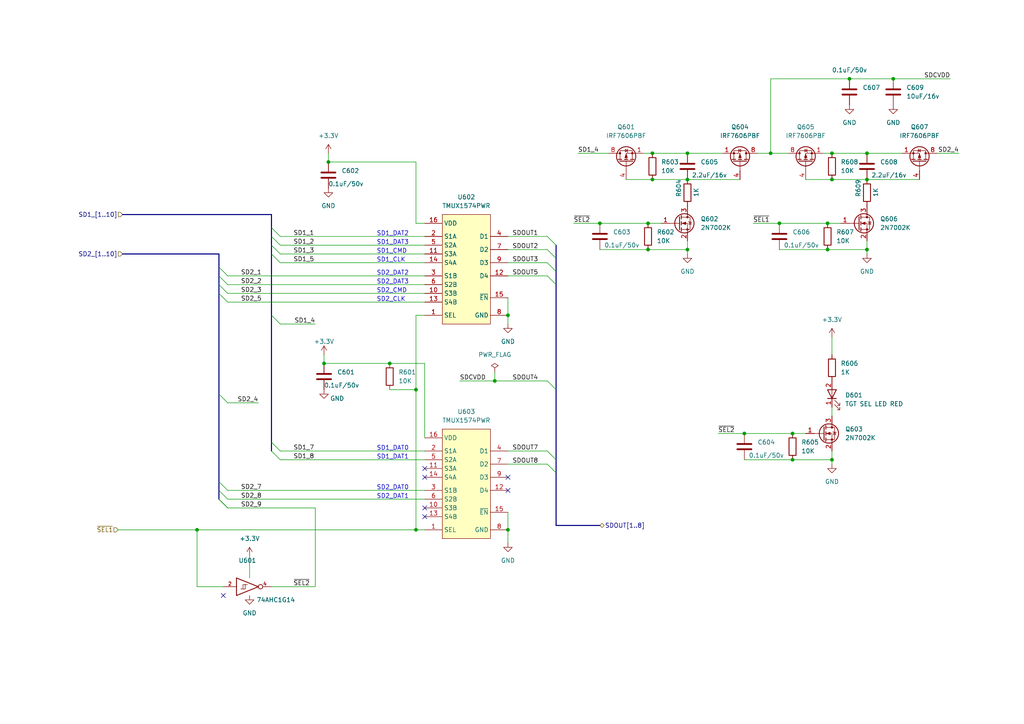
<source format=kicad_sch>
(kicad_sch (version 20230121) (generator eeschema)
  (paper "A4")
  (title_block (title "SDMUX-V4 SDCARD") (date "2023-04-26") (rev "Rev4") (company "HNZ") (comment 1 "Licensed under CC-BY-SA V4.0") (comment 2 "2023 (C) Hiroshi Nakajima <hnakamiru1103@gmail.com>"))
  (lib_symbols
    (symbol "Device:C" (pin_numbers hide) (pin_names (offset 0.254))
      (property "Reference" "C" (at 0.635 2.54 0))
      (property "Value" "C" (at 0.635 -2.54 0))
      (symbol "C_0_1"
        (polyline (pts (xy -2.032 -0.762) (xy 2.032 -0.762)) (stroke (width 0.508)))
        (polyline (pts (xy -2.032 0.762) (xy 2.032 0.762)) (stroke (width 0.508)))
      )
      (symbol "C_1_1"
        (pin passive line (at 0 3.81 270) (length 2.794) (name "~") (number "1"))
        (pin passive line (at 0 -3.81 90) (length 2.794) (name "~") (number "2"))
      )
    )
    (symbol "Device:LED" (pin_names (offset 1.016) hide)
      (property "Reference" "D" (at 0 2.54 0))
      (property "Value" "LED" (at 0 -2.54 0))
      (symbol "LED_0_1"
        (polyline (pts (xy -1.27 -1.27) (xy -1.27 1.27)) (stroke (width 0.254)))
        (polyline (pts (xy -1.27 0) (xy 1.27 0)))
        (polyline (pts (xy 1.27 -1.27) (xy 1.27 1.27) (xy -1.27 0) (xy 1.27 -1.27)) (stroke (width 0.254)))
        (polyline (pts (xy -3.048 -0.762) (xy -4.572 -2.286) (xy -3.81 -2.286) (xy -4.572 -2.286) (xy -4.572 -1.524)))
        (polyline (pts (xy -1.778 -0.762) (xy -3.302 -2.286) (xy -2.54 -2.286) (xy -3.302 -2.286) (xy -3.302 -1.524)))
      )
      (symbol "LED_1_1"
        (pin passive line (at -3.81 0 0) (length 2.54) (name "K") (number "1"))
        (pin passive line (at 3.81 0 180) (length 2.54) (name "A") (number "2"))
      )
    )
    (symbol "Device:R" (pin_numbers hide) (pin_names (offset 0))
      (property "Reference" "R" (at 2.032 0 90))
      (property "Value" "R" (at 0 0 90))
      (symbol "R_0_1"
        (rectangle (start -1.016 -2.54) (end 1.016 2.54) (stroke (width 0.254)))
      )
      (symbol "R_1_1"
        (pin passive line (at 0 3.81 270) (length 1.27) (name "~") (number "1"))
        (pin passive line (at 0 -3.81 90) (length 1.27) (name "~") (number "2"))
      )
    )
    (symbol "TMUX1574PWR_1"
      (property "Reference" "U" (at 0 15.24 0))
      (property "Value" "TMUX1574PWR_1" (at 1.27 12.7 0))
      (symbol "TMUX1574PWR_1_0_1"
        (rectangle (start -5.08 11.43) (end 8.89 -20.32) (fill (type background)))
      )
      (symbol "TMUX1574PWR_1_1_1"
        (pin input line (at -10.16 -17.78 0) (length 5.08) (name "SEL") (number "1"))
        (pin bidirectional line (at -10.16 -11.43 0) (length 5.08) (name "S3B") (number "10"))
        (pin bidirectional line (at -10.16 0 0) (length 5.08) (name "S3A") (number "11"))
        (pin bidirectional line (at 13.97 -6.35 180) (length 5.08) (name "D4") (number "12"))
        (pin bidirectional line (at -10.16 -13.97 0) (length 5.08) (name "S4B") (number "13"))
        (pin bidirectional line (at -10.16 -2.54 0) (length 5.08) (name "S4A") (number "14"))
        (pin input line (at 13.97 -12.7 180) (length 5.08) (name "~{EN}") (number "15"))
        (pin power_in line (at -10.16 8.89 0) (length 5.08) (name "VDD") (number "16"))
        (pin bidirectional line (at -10.16 5.08 0) (length 5.08) (name "S1A") (number "2"))
        (pin bidirectional line (at -10.16 -6.35 0) (length 5.08) (name "S1B") (number "3"))
        (pin bidirectional line (at 13.97 5.08 180) (length 5.08) (name "D1") (number "4"))
        (pin bidirectional line (at -10.16 2.54 0) (length 5.08) (name "S2A") (number "5"))
        (pin bidirectional line (at -10.16 -8.89 0) (length 5.08) (name "S2B") (number "6"))
        (pin bidirectional line (at 13.97 1.27 180) (length 5.08) (name "D2") (number "7"))
        (pin power_in line (at 13.97 -17.78 180) (length 5.08) (name "GND") (number "8"))
        (pin bidirectional line (at 13.97 -2.54 180) (length 5.08) (name "D3") (number "9"))
      )
    )
    (symbol "power:+3.3V" (power) (pin_names (offset 0))
      (property "Value" "+3.3V" (at 0 3.556 0))
      (symbol "+3.3V_0_1"
        (polyline (pts (xy -0.762 1.27) (xy 0 2.54)))
        (polyline (pts (xy 0 0) (xy 0 2.54)))
        (polyline (pts (xy 0 2.54) (xy 0.762 1.27)))
      )
      (symbol "+3.3V_1_1"
        (pin power_in line (at 0 0 90) (length 0) hide (name "+3.3V") (number "1"))
      )
    )
    (symbol "power:GND" (power) (pin_numbers hide) (pin_names (offset 0) hide)
      (property "Value" "GND" (at 0 -3.81 0))
      (symbol "GND_0_1"
        (polyline (pts (xy 0 0) (xy 0 -1.27) (xy 1.27 -1.27) (xy 0 -2.54) (xy -1.27 -1.27) (xy 0 -1.27)))
      )
      (symbol "GND_1_1"
        (pin power_in line (at 0 0 270) (length 0) hide (name "GND") (number "1"))
      )
    )
    (symbol "power:PWR_FLAG" (power) (pin_numbers hide) (pin_names (offset 0) hide)
      (property "Value" "PWR_FLAG" (at 0 3.81 0))
      (symbol "PWR_FLAG_0_0"
        (pin power_out line (at 0 0 90) (length 0) (name "pwr") (number "1"))
      )
      (symbol "PWR_FLAG_0_1"
        (polyline (pts (xy 0 0) (xy 0 1.27) (xy -1.016 1.905) (xy 0 2.54) (xy 1.016 1.905) (xy 0 1.27)))
      )
    )
    (symbol "tbctl:2N7002K" (pin_names hide)
      (property "Reference" "Q" (at 5.08 1.905 0))
      (property "Value" "2N7002K" (at 5.08 0 0))
      (symbol "2N7002K_0_1"
        (polyline (pts (xy 0.254 0) (xy -2.54 0)))
        (polyline (pts (xy 0.254 1.905) (xy 0.254 -1.905)) (stroke (width 0.254)))
        (polyline (pts (xy 0.762 -1.27) (xy 0.762 -2.286)) (stroke (width 0.254)))
        (polyline (pts (xy 0.762 0.508) (xy 0.762 -0.508)) (stroke (width 0.254)))
        (polyline (pts (xy 0.762 2.286) (xy 0.762 1.27)) (stroke (width 0.254)))
        (polyline (pts (xy 2.54 2.54) (xy 2.54 1.778)))
        (polyline (pts (xy 2.54 -2.54) (xy 2.54 0) (xy 0.762 0)))
        (polyline (pts (xy 0.762 -1.778) (xy 3.302 -1.778) (xy 3.302 1.778) (xy 0.762 1.778)))
        (polyline (pts (xy 1.016 0) (xy 2.032 0.381) (xy 2.032 -0.381) (xy 1.016 0)) (fill (type outline)))
        (polyline (pts (xy 2.794 0.508) (xy 2.921 0.381) (xy 3.683 0.381) (xy 3.81 0.254)))
        (polyline (pts (xy 3.302 0.381) (xy 2.921 -0.254) (xy 3.683 -0.254) (xy 3.302 0.381)))
        (circle (center 1.651 0) (radius 2.794) (stroke (width 0.254)))
        (circle (center 2.54 -1.778) (radius 0.254) (fill (type outline)))
        (circle (center 2.54 1.778) (radius 0.254) (fill (type outline)))
      )
      (symbol "2N7002K_1_1"
        (pin input line (at -5.08 0 0) (length 2.54) (name "G") (number "1"))
        (pin passive line (at 2.54 -5.08 90) (length 2.54) (name "S") (number "2"))
        (pin passive line (at 2.54 5.08 270) (length 2.54) (name "D") (number "3"))
      )
    )
    (symbol "tbctl:74AHC1G14" (pin_names (offset 1.016))
      (property "Reference" "U" (at -2.54 3.81 0))
      (property "Value" "74AHC1G14" (at 0 -3.81 0))
      (symbol "74AHC1G14_0_0"
        (pin passive line (at -7.62 -2.54 0) (length 2.54) hide (name "NC") (number "1"))
      )
      (symbol "74AHC1G14_0_1"
        (polyline (pts (xy -1.905 -0.635) (xy -1.27 -0.635) (xy -1.27 0.635)))
        (polyline (pts (xy -3.81 2.54) (xy -3.81 -2.54) (xy 2.54 0) (xy -3.81 2.54)) (stroke (width 0.254)))
        (polyline (pts (xy -2.54 -0.635) (xy -1.905 -0.635) (xy -1.905 0.635) (xy -0.635 0.635)))
      )
      (symbol "74AHC1G14_1_1"
        (pin input line (at -7.62 0 0) (length 3.81) (name "~") (number "2"))
        (pin power_in line (at 0 -2.54 270) (length 0) hide (name "GND") (number "3"))
        (pin output inverted (at 6.35 0 180) (length 3.81) (name "~") (number "4"))
        (pin power_in line (at 0 2.54 90) (length 0) hide (name "VCC") (number "5"))
      )
    )
    (symbol "tbctl:IRF7606PBF" (pin_names hide)
      (property "Reference" "Q" (at 5.08 1.905 0))
      (property "Value" "IRF7606PBF" (at 5.08 0 0))
      (symbol "IRF7606PBF_0_1"
        (polyline (pts (xy 0.254 0) (xy -2.54 0)))
        (polyline (pts (xy 0.254 1.905) (xy 0.254 -1.905)) (stroke (width 0.254)))
        (polyline (pts (xy 0.762 -1.27) (xy 0.762 -2.286)) (stroke (width 0.254)))
        (polyline (pts (xy 0.762 0.508) (xy 0.762 -0.508)) (stroke (width 0.254)))
        (polyline (pts (xy 0.762 2.286) (xy 0.762 1.27)) (stroke (width 0.254)))
        (polyline (pts (xy 2.54 2.54) (xy 2.54 1.778)))
        (polyline (pts (xy 2.54 -2.54) (xy 2.54 0) (xy 0.762 0)))
        (polyline (pts (xy 0.762 1.778) (xy 3.302 1.778) (xy 3.302 -1.778) (xy 0.762 -1.778)))
        (polyline (pts (xy 2.286 0) (xy 1.27 0.381) (xy 1.27 -0.381) (xy 2.286 0)) (fill (type outline)))
        (polyline (pts (xy 2.794 -0.508) (xy 2.921 -0.381) (xy 3.683 -0.381) (xy 3.81 -0.254)))
        (polyline (pts (xy 3.302 -0.381) (xy 2.921 0.254) (xy 3.683 0.254) (xy 3.302 -0.381)))
        (circle (center 1.651 0) (radius 2.794) (stroke (width 0.254)))
        (circle (center 2.54 -1.778) (radius 0.254) (fill (type outline)))
        (circle (center 2.54 1.778) (radius 0.254) (fill (type outline)))
      )
      (symbol "IRF7606PBF_1_1"
        (pin passive line (at 2.54 -5.08 90) (length 2.54) (name "S") (number "1"))
        (pin passive line (at 2.54 -5.08 90) (length 2.54) hide (name "S") (number "2"))
        (pin passive line (at 2.54 -5.08 90) (length 2.54) hide (name "S") (number "3"))
        (pin passive line (at -5.08 0 0) (length 2.54) (name "G") (number "4"))
        (pin passive line (at 2.54 5.08 270) (length 2.54) hide (name "D") (number "5"))
        (pin passive line (at 2.54 5.08 270) (length 2.54) hide (name "D") (number "6"))
        (pin passive line (at 2.54 5.08 270) (length 2.54) hide (name "D") (number "7"))
        (pin passive line (at 2.54 5.08 270) (length 2.54) (name "D") (number "8"))
      )
    )
    (symbol "tbctl:TMUX1574PWR"
      (property "Reference" "U" (at 0 15.24 0))
      (property "Value" "TMUX1574PWR" (at 1.27 12.7 0))
      (symbol "TMUX1574PWR_0_1"
        (rectangle (start -5.08 11.43) (end 8.89 -20.32) (fill (type background)))
      )
      (symbol "TMUX1574PWR_1_1"
        (pin input line (at -10.16 -17.78 0) (length 5.08) (name "SEL") (number "1"))
        (pin bidirectional line (at -10.16 -11.43 0) (length 5.08) (name "S3B") (number "10"))
        (pin bidirectional line (at -10.16 0 0) (length 5.08) (name "S3A") (number "11"))
        (pin bidirectional line (at 13.97 -6.35 180) (length 5.08) (name "D4") (number "12"))
        (pin bidirectional line (at -10.16 -13.97 0) (length 5.08) (name "S4B") (number "13"))
        (pin bidirectional line (at -10.16 -2.54 0) (length 5.08) (name "S4A") (number "14"))
        (pin input line (at 13.97 -12.7 180) (length 5.08) (name "~{EN}") (number "15"))
        (pin power_in line (at -10.16 8.89 0) (length 5.08) (name "VDD") (number "16"))
        (pin bidirectional line (at -10.16 5.08 0) (length 5.08) (name "S1A") (number "2"))
        (pin bidirectional line (at -10.16 -6.35 0) (length 5.08) (name "S1B") (number "3"))
        (pin bidirectional line (at 13.97 5.08 180) (length 5.08) (name "D1") (number "4"))
        (pin bidirectional line (at -10.16 2.54 0) (length 5.08) (name "S2A") (number "5"))
        (pin bidirectional line (at -10.16 -8.89 0) (length 5.08) (name "S2B") (number "6"))
        (pin bidirectional line (at 13.97 1.27 180) (length 5.08) (name "D2") (number "7"))
        (pin power_in line (at 13.97 -17.78 180) (length 5.08) (name "GND") (number "8"))
        (pin bidirectional line (at 13.97 -2.54 180) (length 5.08) (name "D3") (number "9"))
      )
    )
  )
  (junction (at 246.38 22.86))
  (junction (at 147.32 91.44))
  (junction (at 251.46 44.45))
  (junction (at 241.3 44.45))
  (junction (at 215.9 125.73))
  (junction (at 93.98 105.41))
  (junction (at 240.03 72.39))
  (junction (at 259.08 22.86))
  (junction (at 251.46 72.39))
  (junction (at 113.03 105.41))
  (junction (at 187.96 72.39))
  (junction (at 143.51 110.49))
  (junction (at 189.23 52.07))
  (junction (at 229.87 133.35))
  (junction (at 199.39 72.39))
  (junction (at 147.32 153.67))
  (junction (at 241.3 52.07))
  (junction (at 199.39 52.07))
  (junction (at 120.65 113.03))
  (junction (at 173.99 64.77))
  (junction (at 120.65 153.67))
  (junction (at 241.3 133.35))
  (junction (at 226.06 64.77))
  (junction (at 189.23 44.45))
  (junction (at 199.39 44.45))
  (junction (at 57.15 153.67))
  (junction (at 240.03 64.77))
  (junction (at 223.52 44.45))
  (junction (at 187.96 64.77))
  (junction (at 251.46 52.07))
  (junction (at 95.25 46.99))
  (junction (at 229.87 125.73))
  (no_connect (at 123.19 135.89))
  (no_connect (at 123.19 138.43))
  (no_connect (at 64.77 172.72))
  (no_connect (at 123.19 149.86))
  (no_connect (at 123.19 147.32))
  (no_connect (at 147.32 142.24))
  (no_connect (at 147.32 138.43))
  (bus_entry (at 63.5 139.7) (size 2.54 2.54))
  (bus_entry (at 63.5 77.47) (size 2.54 2.54))
  (bus_entry (at 158.75 110.49) (size 2.54 2.54))
  (bus_entry (at 158.75 80.01) (size 2.54 2.54))
  (bus_entry (at 63.5 142.24) (size 2.54 2.54))
  (bus_entry (at 78.74 66.04) (size 2.54 2.54))
  (bus_entry (at 158.75 76.2) (size 2.54 2.54))
  (bus_entry (at 78.74 73.66) (size 2.54 2.54))
  (bus_entry (at 158.75 134.62) (size 2.54 2.54))
  (bus_entry (at 78.74 68.58) (size 2.54 2.54))
  (bus_entry (at 158.75 72.39) (size 2.54 2.54))
  (bus_entry (at 63.5 85.09) (size 2.54 2.54))
  (bus_entry (at 78.74 128.27) (size 2.54 2.54))
  (bus_entry (at 78.74 71.12) (size 2.54 2.54))
  (bus_entry (at 63.5 144.78) (size 2.54 2.54))
  (bus_entry (at 63.5 82.55) (size 2.54 2.54))
  (bus_entry (at 158.75 130.81) (size 2.54 2.54))
  (bus_entry (at 158.75 68.58) (size 2.54 2.54))
  (bus_entry (at 78.74 130.81) (size 2.54 2.54))
  (bus_entry (at 63.5 144.78) (size 2.54 2.54))
  (bus_entry (at 78.74 91.44) (size 2.54 2.54))
  (bus_entry (at 63.5 80.01) (size 2.54 2.54))
  (bus_entry (at 63.5 114.3) (size 2.54 2.54))
  (bus (pts (xy 63.5 139.7) (xy 63.5 142.24)))
  (wire (pts (xy 226.06 64.77) (xy 240.03 64.77)))
  (wire (pts (xy 143.51 107.95) (xy 143.51 110.49)))
  (wire (pts (xy 113.03 105.41) (xy 123.19 105.41)))
  (bus (pts (xy 161.29 78.74) (xy 161.29 82.55)))
  (bus (pts (xy 78.74 71.12) (xy 78.74 73.66)))
  (wire (pts (xy 189.23 52.07) (xy 199.39 52.07)))
  (wire (pts (xy 93.98 102.87) (xy 93.98 105.41)))
  (bus (pts (xy 78.74 91.44) (xy 78.74 128.27)))
  (wire (pts (xy 66.04 144.78) (xy 123.19 144.78)))
  (wire (pts (xy 219.71 44.45) (xy 223.52 44.45)))
  (wire (pts (xy 226.06 72.39) (xy 240.03 72.39)))
  (wire (pts (xy 81.28 93.98) (xy 91.44 93.98)))
  (wire (pts (xy 93.98 105.41) (xy 113.03 105.41)))
  (wire (pts (xy 240.03 64.77) (xy 243.84 64.77)))
  (wire (pts (xy 167.64 44.45) (xy 176.53 44.45)))
  (bus (pts (xy 78.74 128.27) (xy 78.74 130.81)))
  (wire (pts (xy 240.03 72.39) (xy 251.46 72.39)))
  (wire (pts (xy 187.96 64.77) (xy 191.77 64.77)))
  (wire (pts (xy 147.32 130.81) (xy 158.75 130.81)))
  (wire (pts (xy 215.9 133.35) (xy 229.87 133.35)))
  (wire (pts (xy 57.15 170.18) (xy 64.77 170.18)))
  (wire (pts (xy 251.46 44.45) (xy 261.62 44.45)))
  (bus (pts (xy 35.56 73.66) (xy 63.5 73.66)))
  (wire (pts (xy 173.99 64.77) (xy 187.96 64.77)))
  (wire (pts (xy 241.3 44.45) (xy 251.46 44.45)))
  (wire (pts (xy 186.69 44.45) (xy 189.23 44.45)))
  (wire (pts (xy 199.39 52.07) (xy 214.63 52.07)))
  (wire (pts (xy 147.32 80.01) (xy 158.75 80.01)))
  (wire (pts (xy 72.39 161.29) (xy 72.39 167.64)))
  (wire (pts (xy 166.37 64.77) (xy 173.99 64.77)))
  (wire (pts (xy 199.39 69.85) (xy 199.39 72.39)))
  (wire (pts (xy 229.87 125.73) (xy 233.68 125.73)))
  (wire (pts (xy 229.87 133.35) (xy 241.3 133.35)))
  (wire (pts (xy 81.28 71.12) (xy 123.19 71.12)))
  (wire (pts (xy 123.19 64.77) (xy 120.65 64.77)))
  (wire (pts (xy 173.99 72.39) (xy 187.96 72.39)))
  (wire (pts (xy 147.32 72.39) (xy 158.75 72.39)))
  (wire (pts (xy 241.3 97.79) (xy 241.3 102.87)))
  (wire (pts (xy 147.32 76.2) (xy 158.75 76.2)))
  (wire (pts (xy 57.15 153.67) (xy 57.15 170.18)))
  (wire (pts (xy 218.44 64.77) (xy 226.06 64.77)))
  (wire (pts (xy 120.65 91.44) (xy 120.65 113.03)))
  (wire (pts (xy 241.3 133.35) (xy 241.3 134.62)))
  (bus (pts (xy 161.29 152.4) (xy 173.99 152.4)))
  (bus (pts (xy 161.29 74.93) (xy 161.29 78.74)))
  (wire (pts (xy 66.04 82.55) (xy 123.19 82.55)))
  (wire (pts (xy 113.03 113.03) (xy 120.65 113.03)))
  (wire (pts (xy 133.35 110.49) (xy 143.51 110.49)))
  (bus (pts (xy 161.29 113.03) (xy 161.29 133.35)))
  (wire (pts (xy 66.04 85.09) (xy 123.19 85.09)))
  (wire (pts (xy 251.46 72.39) (xy 251.46 73.66)))
  (wire (pts (xy 241.3 52.07) (xy 251.46 52.07)))
  (bus (pts (xy 63.5 142.24) (xy 63.5 144.78)))
  (wire (pts (xy 251.46 52.07) (xy 266.7 52.07)))
  (wire (pts (xy 78.74 170.18) (xy 91.44 170.18)))
  (wire (pts (xy 81.28 68.58) (xy 123.19 68.58)))
  (wire (pts (xy 147.32 86.36) (xy 147.32 91.44)))
  (wire (pts (xy 66.04 147.32) (xy 91.44 147.32)))
  (wire (pts (xy 81.28 133.35) (xy 123.19 133.35)))
  (wire (pts (xy 223.52 44.45) (xy 228.6 44.45)))
  (wire (pts (xy 199.39 44.45) (xy 209.55 44.45)))
  (bus (pts (xy 161.29 137.16) (xy 161.29 152.4)))
  (wire (pts (xy 215.9 125.73) (xy 229.87 125.73)))
  (wire (pts (xy 223.52 22.86) (xy 246.38 22.86)))
  (bus (pts (xy 78.74 62.23) (xy 78.74 66.04)))
  (wire (pts (xy 147.32 148.59) (xy 147.32 153.67)))
  (wire (pts (xy 246.38 22.86) (xy 259.08 22.86)))
  (wire (pts (xy 271.78 44.45) (xy 278.13 44.45)))
  (wire (pts (xy 223.52 22.86) (xy 223.52 44.45)))
  (wire (pts (xy 123.19 91.44) (xy 120.65 91.44)))
  (wire (pts (xy 238.76 44.45) (xy 241.3 44.45)))
  (wire (pts (xy 241.3 118.11) (xy 241.3 120.65)))
  (bus (pts (xy 35.56 62.23) (xy 78.74 62.23)))
  (wire (pts (xy 66.04 142.24) (xy 123.19 142.24)))
  (bus (pts (xy 161.29 133.35) (xy 161.29 137.16)))
  (bus (pts (xy 161.29 71.12) (xy 161.29 74.93)))
  (wire (pts (xy 120.65 113.03) (xy 120.65 153.67)))
  (wire (pts (xy 208.28 125.73) (xy 215.9 125.73)))
  (wire (pts (xy 95.25 44.45) (xy 95.25 46.99)))
  (wire (pts (xy 66.04 87.63) (xy 123.19 87.63)))
  (wire (pts (xy 143.51 110.49) (xy 158.75 110.49)))
  (wire (pts (xy 147.32 68.58) (xy 158.75 68.58)))
  (wire (pts (xy 240.03 72.39) (xy 240.03 71.12)))
  (bus (pts (xy 78.74 68.58) (xy 78.74 71.12)))
  (wire (pts (xy 233.68 52.07) (xy 241.3 52.07)))
  (wire (pts (xy 66.04 116.84) (xy 74.93 116.84)))
  (wire (pts (xy 81.28 76.2) (xy 123.19 76.2)))
  (wire (pts (xy 120.65 153.67) (xy 123.19 153.67)))
  (bus (pts (xy 63.5 82.55) (xy 63.5 85.09)))
  (bus (pts (xy 161.29 82.55) (xy 161.29 113.03)))
  (wire (pts (xy 123.19 105.41) (xy 123.19 127)))
  (wire (pts (xy 120.65 64.77) (xy 120.65 46.99)))
  (wire (pts (xy 147.32 134.62) (xy 158.75 134.62)))
  (wire (pts (xy 66.04 80.01) (xy 123.19 80.01)))
  (wire (pts (xy 34.29 153.67) (xy 57.15 153.67)))
  (wire (pts (xy 199.39 72.39) (xy 199.39 73.66)))
  (wire (pts (xy 181.61 52.07) (xy 189.23 52.07)))
  (wire (pts (xy 189.23 44.45) (xy 199.39 44.45)))
  (bus (pts (xy 63.5 77.47) (xy 63.5 80.01)))
  (wire (pts (xy 147.32 91.44) (xy 147.32 93.98)))
  (bus (pts (xy 63.5 80.01) (xy 63.5 82.55)))
  (wire (pts (xy 57.15 153.67) (xy 120.65 153.67)))
  (wire (pts (xy 91.44 147.32) (xy 91.44 170.18)))
  (bus (pts (xy 63.5 85.09) (xy 63.5 114.3)))
  (wire (pts (xy 147.32 157.48) (xy 147.32 153.67)))
  (bus (pts (xy 78.74 73.66) (xy 78.74 91.44)))
  (wire (pts (xy 251.46 69.85) (xy 251.46 72.39)))
  (wire (pts (xy 81.28 130.81) (xy 123.19 130.81)))
  (wire (pts (xy 187.96 72.39) (xy 199.39 72.39)))
  (bus (pts (xy 63.5 114.3) (xy 63.5 139.7)))
  (wire (pts (xy 241.3 130.81) (xy 241.3 133.35)))
  (bus (pts (xy 78.74 66.04) (xy 78.74 68.58)))
  (bus (pts (xy 63.5 73.66) (xy 63.5 77.47)))
  (wire (pts (xy 95.25 46.99) (xy 120.65 46.99)))
  (wire (pts (xy 81.28 73.66) (xy 123.19 73.66)))
  (wire (pts (xy 259.08 22.86) (xy 275.59 22.86)))
  (text "SD1_DAT3" (at 109.22 71.12 0) (effects (font (size 1.27 1.27)) (justify left bottom)))
  (text "SD2_DAT3" (at 109.22 82.55 0) (effects (font (size 1.27 1.27)) (justify left bottom)))
  (text "SD1_DAT1" (at 109.22 133.35 0) (effects (font (size 1.27 1.27)) (justify left bottom)))
  (text "SD2_DAT1" (at 109.22 144.78 0) (effects (font (size 1.27 1.27)) (justify left bottom)))
  (text "SD2_CLK" (at 109.22 87.63 0) (effects (font (size 1.27 1.27)) (justify left bottom)))
  (text "SD1_CLK" (at 109.22 76.2 0) (effects (font (size 1.27 1.27)) (justify left bottom)))
  (text "SD2_DAT0" (at 109.22 142.24 0) (effects (font (size 1.27 1.27)) (justify left bottom)))
  (text "SD2_DAT2" (at 109.22 80.01 0) (effects (font (size 1.27 1.27)) (justify left bottom)))
  (text "SD1_DAT2" (at 109.22 68.58 0) (effects (font (size 1.27 1.27)) (justify left bottom)))
  (text "SD1_DAT0" (at 109.22 130.81 0) (effects (font (size 1.27 1.27)) (justify left bottom)))
  (text "SD2_CMD" (at 109.22 85.09 0) (effects (font (size 1.27 1.27)) (justify left bottom)))
  (text "SD1_CMD" (at 109.22 73.66 0) (effects (font (size 1.27 1.27)) (justify left bottom)))
  (label "SDOUT4" (at 148.59 110.49 0))
  (label "SDOUT7" (at 148.59 130.81 0))
  (label "SD2_4" (at 74.93 116.84 180))
  (label "SD2_5" (at 69.85 87.63 0))
  (label "~{SEL2}" (at 166.37 64.77 0))
  (label "SD1_7" (at 85.09 130.81 0))
  (label "SD1_4" (at 167.64 44.45 0))
  (label "SD2_8" (at 69.85 144.78 0))
  (label "SDOUT5" (at 148.59 80.01 0))
  (label "SD1_5" (at 85.09 76.2 0))
  (label "SDOUT1" (at 148.59 68.58 0))
  (label "SDOUT3" (at 148.59 76.2 0))
  (label "SDCVDD" (at 275.59 22.86 180))
  (label "SD1_2" (at 85.09 71.12 0))
  (label "SD2_7" (at 69.85 142.24 0))
  (label "SDOUT8" (at 148.59 134.62 0))
  (label "SD2_4" (at 278.13 44.45 180))
  (label "SD1_1" (at 85.09 68.58 0))
  (label "SD1_8" (at 85.09 133.35 0))
  (label "SD2_1" (at 69.85 80.01 0))
  (label "~{SEL1}" (at 218.44 64.77 0))
  (label "SD1_3" (at 85.09 73.66 0))
  (label "~{SEL2}" (at 85.09 170.18 0))
  (label "SDOUT2" (at 148.59 72.39 0))
  (label "~{SEL2}" (at 208.28 125.73 0))
  (label "SD2_3" (at 69.85 85.09 0))
  (label "SD2_9" (at 69.85 147.32 0))
  (label "SD1_4" (at 91.44 93.98 180))
  (label "SD2_2" (at 69.85 82.55 0))
  (label "SDCVDD" (at 133.35 110.49 0))
  (hierarchical_label "SDOUT[1..8]" (shape bidirectional) (at 173.99 152.4 0))
  (hierarchical_label "~{SEL1}" (shape input) (at 34.29 153.67 180))
  (hierarchical_label "SD1_[1..10]" (shape input) (at 35.56 62.23 180))
  (hierarchical_label "SD2_[1..10]" (shape input) (at 35.56 73.66 180))
  (symbol (lib_id "Device:C") (at 95.25 50.8 0) (unit 1)
    (property "Reference" "C602" (at 99.06 49.5299 0) (effects (justify left)))
    (property "Value" "0.1uF/50v" (at 95.25 53.34 0) (effects (justify left)))
    (property "Footprint" "Capacitor_SMD:C_0603_1608Metric_Pad1.08x0.95mm_HandSolder" (effects hide))
  )
  (symbol (lib_id "Device:R") (at 229.87 129.54 0) (unit 1)
    (property "Reference" "R605" (at 232.41 128.2699 0) (effects (justify left)))
    (property "Value" "10K" (at 232.41 130.8099 0) (effects (justify left)))
    (property "Footprint" "tbctl:R_0805_2012Metric_Pad1.20x1.40mm_HandSolder" (effects hide))
  )
  (symbol (lib_id "Device:C") (at 93.98 109.22 0) (unit 1)
    (property "Reference" "C601" (at 97.79 107.9499 0) (effects (justify left)))
    (property "Value" "0.1uF/50v" (at 93.98 111.76 0) (effects (justify left)))
    (property "Footprint" "Capacitor_SMD:C_0603_1608Metric_Pad1.08x0.95mm_HandSolder" (effects hide))
  )
  (symbol (lib_id "power:GND") (at 241.3 134.62 0) (unit 1)
    (property "Reference" "#PWR0613" (effects hide))
    (property "Value" "GND" (at 241.3 139.7 0))
  )
  (symbol (lib_id "tbctl:IRF7606PBF") (at 233.68 46.99 90) (unit 1)
    (property "Reference" "Q605" (at 233.68 36.83 90))
    (property "Value" "IRF7606PBF" (at 233.68 39.37 90))
    (property "Footprint" "Package_SO:MSOP-8_3x3mm_P0.65mm" (effects hide))
    (property "Datasheet" "http://www.irf.com/product-info/datasheets/data/irf7606pbf.pdf" (effects hide))
  )
  (symbol (lib_id "tbctl:IRF7606PBF") (at 214.63 46.99 270) (mirror x) (unit 1)
    (property "Reference" "Q604" (at 214.63 36.83 90))
    (property "Value" "IRF7606PBF" (at 214.63 39.37 90))
    (property "Footprint" "Package_SO:MSOP-8_3x3mm_P0.65mm" (effects hide))
    (property "Datasheet" "http://www.irf.com/product-info/datasheets/data/irf7606pbf.pdf" (effects hide))
  )
  (symbol (lib_id "power:GND") (at 147.32 157.48 0) (unit 1)
    (property "Reference" "#PWR0610" (effects hide))
    (property "Value" "GND" (at 147.32 162.56 0))
  )
  (symbol (lib_id "Device:R") (at 189.23 48.26 0) (unit 1)
    (property "Reference" "R603" (at 191.77 46.9899 0) (effects (justify left)))
    (property "Value" "10K" (at 191.77 49.5299 0) (effects (justify left)))
    (property "Footprint" "tbctl:R_0805_2012Metric_Pad1.20x1.40mm_HandSolder" (effects hide))
  )
  (symbol (lib_id "Device:R") (at 251.46 55.88 180) (unit 1)
    (property "Reference" "R609" (at 248.92 57.1501 90) (effects (justify right)))
    (property "Value" "1K" (at 254 57.15 90) (effects (justify right)))
    (property "Footprint" "tbctl:R_0805_2012Metric_Pad1.20x1.40mm_HandSolder" (effects hide))
  )
  (symbol (lib_id "Device:C") (at 215.9 129.54 0) (unit 1)
    (property "Reference" "C604" (at 219.71 128.27 0) (effects (justify left)))
    (property "Value" "0.1uF/50v" (at 217.17 132.08 0) (effects (justify left)))
    (property "Footprint" "Capacitor_SMD:C_0603_1608Metric_Pad1.08x0.95mm_HandSolder" (effects hide))
  )
  (symbol (lib_id "power:+3.3V") (at 95.25 44.45 0) (unit 1)
    (property "Reference" "#PWR0605" (effects hide))
    (property "Value" "+3.3V" (at 95.25 39.37 0))
  )
  (symbol (lib_id "tbctl:TMUX1574PWR") (at 133.35 135.89 0) (unit 1)
    (property "Reference" "U603" (at 135.255 119.38 0))
    (property "Value" "TMUX1574PWR" (at 135.255 121.92 0))
    (property "Footprint" "Package_SO:TSSOP-16_4.4x5mm_P0.65mm" (effects hide))
  )
  (symbol (lib_id "Device:C") (at 259.08 26.67 0) (unit 1)
    (property "Reference" "C609" (at 262.89 25.3999 0) (effects (justify left)))
    (property "Value" "10uF/16v" (at 262.89 27.9399 0) (effects (justify left)))
    (property "Footprint" "Capacitor_SMD:C_0805_2012Metric_Pad1.18x1.45mm_HandSolder" (effects hide))
  )
  (symbol (lib_id "tbctl:2N7002K") (at 238.76 125.73 0) (unit 1)
    (property "Reference" "Q603" (at 245.11 124.4599 0) (effects (justify left)))
    (property "Value" "2N7002K" (at 245.11 126.9999 0) (effects (justify left)))
    (property "Footprint" "Package_TO_SOT_SMD:SOT-23" (effects hide))
    (property "Datasheet" "https://www.diodes.com/assets/Datasheets/ds30896.pdf" (effects hide))
  )
  (symbol (lib_id "tbctl:IRF7606PBF") (at 181.61 46.99 90) (unit 1)
    (property "Reference" "Q601" (at 181.61 36.83 90))
    (property "Value" "IRF7606PBF" (at 181.61 39.37 90))
    (property "Footprint" "Package_SO:MSOP-8_3x3mm_P0.65mm" (effects hide))
    (property "Datasheet" "http://www.irf.com/product-info/datasheets/data/irf7606pbf.pdf" (effects hide))
  )
  (symbol (lib_id "power:+3.3V") (at 72.39 161.29 0) (unit 1)
    (property "Reference" "#PWR0601" (effects hide))
    (property "Value" "+3.3V" (at 72.39 156.21 0))
  )
  (symbol (lib_id "power:GND") (at 251.46 73.66 0) (unit 1)
    (property "Reference" "#PWR0615" (effects hide))
    (property "Value" "GND" (at 251.46 78.74 0))
  )
  (symbol (lib_id "Device:R") (at 241.3 48.26 0) (unit 1)
    (property "Reference" "R608" (at 243.84 46.9899 0) (effects (justify left)))
    (property "Value" "10K" (at 243.84 49.5299 0) (effects (justify left)))
    (property "Footprint" "tbctl:R_0805_2012Metric_Pad1.20x1.40mm_HandSolder" (effects hide))
  )
  (symbol (lib_id "Device:R") (at 199.39 55.88 180) (unit 1)
    (property "Reference" "R604" (at 196.85 57.1501 90) (effects (justify right)))
    (property "Value" "1K" (at 201.93 57.15 90) (effects (justify right)))
    (property "Footprint" "tbctl:R_0805_2012Metric_Pad1.20x1.40mm_HandSolder" (effects hide))
  )
  (symbol (lib_id "Device:LED") (at 241.3 114.3 90) (unit 1)
    (property "Reference" "D601" (at 245.11 114.6174 90) (effects (justify right)))
    (property "Value" "TGT SEL LED RED" (at 245.11 117.1574 90) (effects (justify right)))
    (property "Footprint" "tbctl:LED_0603_1608Metric_Pad1.05x0.95mm_HandSolder" (effects hide))
  )
  (symbol (lib_id "tbctl:IRF7606PBF") (at 266.7 46.99 270) (mirror x) (unit 1)
    (property "Reference" "Q607" (at 266.7 36.83 90))
    (property "Value" "IRF7606PBF" (at 266.7 39.37 90))
    (property "Footprint" "Package_SO:MSOP-8_3x3mm_P0.65mm" (effects hide))
    (property "Datasheet" "http://www.irf.com/product-info/datasheets/data/irf7606pbf.pdf" (effects hide))
  )
  (symbol (lib_id "power:GND") (at 246.38 30.48 0) (unit 1)
    (property "Reference" "#PWR0614" (effects hide))
    (property "Value" "GND" (at 246.38 35.56 0))
  )
  (symbol (lib_id "tbctl:74AHC1G14") (at 72.39 170.18 0) (unit 1)
    (property "Reference" "U601" (at 71.755 162.56 0))
    (property "Value" "74AHC1G14" (at 80.01 173.99 0))
    (property "Footprint" "Package_TO_SOT_SMD:SOT-23-5_HandSoldering" (effects hide))
  )
  (symbol (lib_id "power:GND") (at 147.32 93.98 0) (unit 1)
    (property "Reference" "#PWR0609" (effects hide))
    (property "Value" "GND" (at 147.32 99.06 0))
  )
  (symbol (lib_id "Device:R") (at 240.03 68.58 0) (unit 1)
    (property "Reference" "R607" (at 242.57 67.3099 0) (effects (justify left)))
    (property "Value" "10K" (at 242.57 69.8499 0) (effects (justify left)))
    (property "Footprint" "tbctl:R_0805_2012Metric_Pad1.20x1.40mm_HandSolder" (effects hide))
  )
  (symbol (lib_id "power:GND") (at 93.98 113.03 0) (unit 1)
    (property "Reference" "#PWR0604" (effects hide))
    (property "Value" "GND" (at 97.79 115.57 0))
  )
  (symbol (lib_id "power:GND") (at 72.39 172.72 0) (unit 1)
    (property "Reference" "#PWR0602" (effects hide))
    (property "Value" "GND" (at 72.39 177.8 0))
  )
  (symbol (lib_name "TMUX1574PWR_1") (lib_id "tbctl:TMUX1574PWR") (at 133.35 73.66 0) (unit 1)
    (property "Reference" "U602" (at 135.255 57.15 0))
    (property "Value" "TMUX1574PWR" (at 135.255 59.69 0))
    (property "Footprint" "Package_SO:TSSOP-16_4.4x5mm_P0.65mm" (effects hide))
  )
  (symbol (lib_id "Device:C") (at 246.38 26.67 0) (unit 1)
    (property "Reference" "C607" (at 250.19 25.4 0) (effects (justify left)))
    (property "Value" "0.1uF/50v" (at 241.3 20.32 0) (effects (justify left)))
    (property "Footprint" "Capacitor_SMD:C_0603_1608Metric_Pad1.08x0.95mm_HandSolder" (effects hide))
  )
  (symbol (lib_id "power:+3.3V") (at 93.98 102.87 0) (unit 1)
    (property "Reference" "#PWR0603" (effects hide))
    (property "Value" "+3.3V" (at 93.98 99.06 0))
  )
  (symbol (lib_id "tbctl:2N7002K") (at 248.92 64.77 0) (unit 1)
    (property "Reference" "Q606" (at 255.27 63.4999 0) (effects (justify left)))
    (property "Value" "2N7002K" (at 255.27 66.0399 0) (effects (justify left)))
    (property "Footprint" "Package_TO_SOT_SMD:SOT-23" (effects hide))
    (property "Datasheet" "https://www.diodes.com/assets/Datasheets/ds30896.pdf" (effects hide))
  )
  (symbol (lib_id "Device:C") (at 173.99 68.58 0) (unit 1)
    (property "Reference" "C603" (at 177.8 67.31 0) (effects (justify left)))
    (property "Value" "0.1uF/50v" (at 175.26 71.12 0) (effects (justify left)))
    (property "Footprint" "Capacitor_SMD:C_0603_1608Metric_Pad1.08x0.95mm_HandSolder" (effects hide))
  )
  (symbol (lib_id "Device:R") (at 187.96 68.58 0) (unit 1)
    (property "Reference" "R602" (at 190.5 67.3099 0) (effects (justify left)))
    (property "Value" "10K" (at 190.5 69.8499 0) (effects (justify left)))
    (property "Footprint" "tbctl:R_0805_2012Metric_Pad1.20x1.40mm_HandSolder" (effects hide))
  )
  (symbol (lib_id "power:PWR_FLAG") (at 143.51 107.95 0) (unit 1)
    (property "Reference" "#FLG0601" (effects hide))
    (property "Value" "PWR_FLAG" (at 143.51 102.87 0))
  )
  (symbol (lib_id "power:GND") (at 259.08 30.48 0) (unit 1)
    (property "Reference" "#PWR0616" (effects hide))
    (property "Value" "GND" (at 259.08 35.56 0))
  )
  (symbol (lib_id "Device:C") (at 199.39 48.26 0) (unit 1)
    (property "Reference" "C605" (at 203.2 46.99 0) (effects (justify left)))
    (property "Value" "2.2uF/16v" (at 200.66 50.8 0) (effects (justify left)))
    (property "Footprint" "Capacitor_SMD:C_0603_1608Metric_Pad1.08x0.95mm_HandSolder" (effects hide))
  )
  (symbol (lib_id "Device:C") (at 226.06 68.58 0) (unit 1)
    (property "Reference" "C606" (at 229.87 67.31 0) (effects (justify left)))
    (property "Value" "0.1uF/50v" (at 227.33 71.12 0) (effects (justify left)))
    (property "Footprint" "Capacitor_SMD:C_0603_1608Metric_Pad1.08x0.95mm_HandSolder" (effects hide))
  )
  (symbol (lib_id "Device:R") (at 113.03 109.22 0) (unit 1)
    (property "Reference" "R601" (at 115.57 107.9499 0) (effects (justify left)))
    (property "Value" "10K" (at 115.57 110.4899 0) (effects (justify left)))
    (property "Footprint" "tbctl:R_0805_2012Metric_Pad1.20x1.40mm_HandSolder" (effects hide))
  )
  (symbol (lib_id "tbctl:2N7002K") (at 196.85 64.77 0) (unit 1)
    (property "Reference" "Q602" (at 203.2 63.4999 0) (effects (justify left)))
    (property "Value" "2N7002K" (at 203.2 66.0399 0) (effects (justify left)))
    (property "Footprint" "Package_TO_SOT_SMD:SOT-23" (effects hide))
    (property "Datasheet" "https://www.diodes.com/assets/Datasheets/ds30896.pdf" (effects hide))
  )
  (symbol (lib_id "power:GND") (at 199.39 73.66 0) (unit 1)
    (property "Reference" "#PWR0611" (effects hide))
    (property "Value" "GND" (at 199.39 78.74 0))
  )
  (symbol (lib_id "Device:C") (at 251.46 48.26 0) (unit 1)
    (property "Reference" "C608" (at 255.27 46.99 0) (effects (justify left)))
    (property "Value" "2.2uF/16v" (at 252.73 50.8 0) (effects (justify left)))
    (property "Footprint" "Capacitor_SMD:C_0603_1608Metric_Pad1.08x0.95mm_HandSolder" (effects hide))
  )
  (symbol (lib_id "Device:R") (at 241.3 106.68 0) (unit 1)
    (property "Reference" "R606" (at 243.84 105.4099 0) (effects (justify left)))
    (property "Value" "1K" (at 243.84 107.9499 0) (effects (justify left)))
    (property "Footprint" "tbctl:R_0805_2012Metric_Pad1.20x1.40mm_HandSolder" (effects hide))
  )
  (symbol (lib_id "power:+3.3V") (at 241.3 97.79 0) (unit 1)
    (property "Reference" "#PWR0612" (effects hide))
    (property "Value" "+3.3V" (at 241.3 92.71 0))
  )
  (symbol (lib_id "power:GND") (at 95.25 54.61 0) (unit 1)
    (property "Reference" "#PWR0606" (effects hide))
    (property "Value" "GND" (at 95.25 59.69 0))
  )
)
</source>
